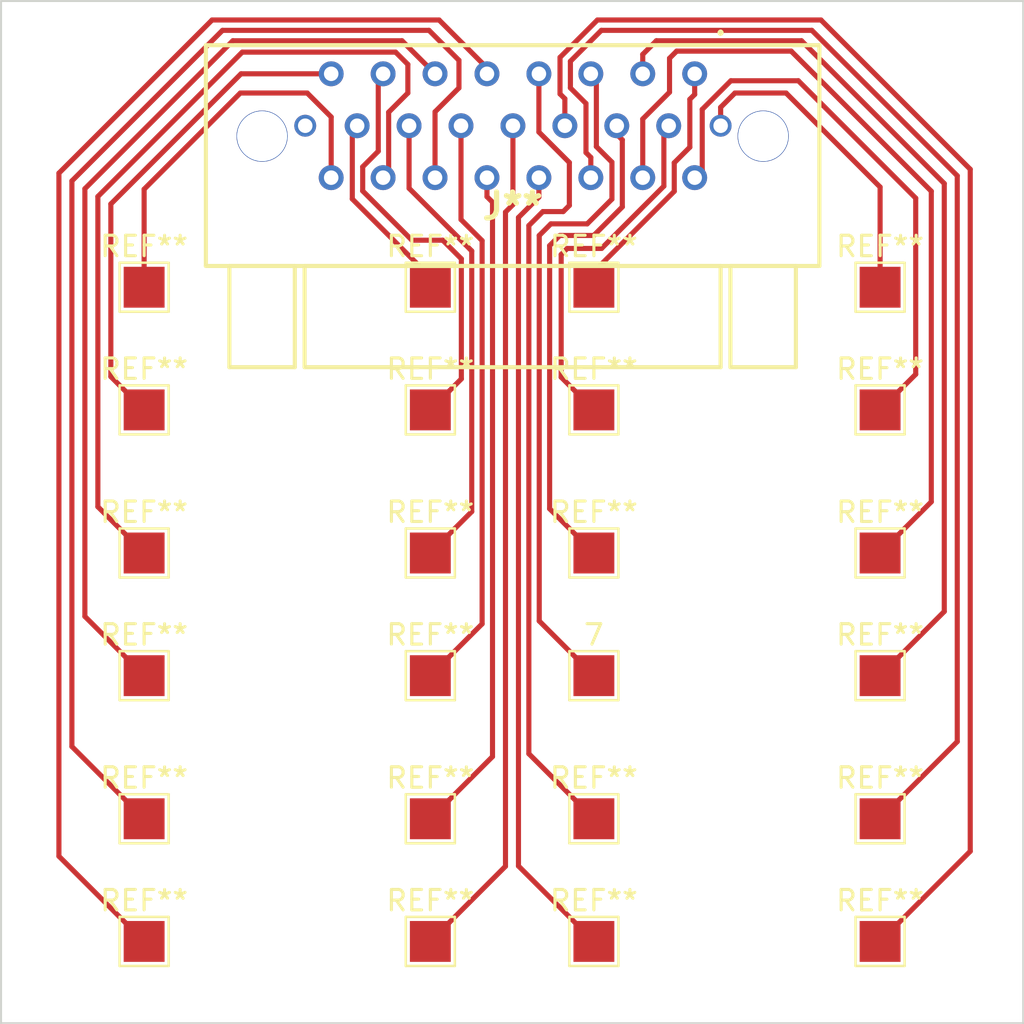
<source format=kicad_pcb>
(kicad_pcb (version 20171130) (host pcbnew 5.1.10)

  (general
    (thickness 1.6)
    (drawings 16)
    (tracks 153)
    (zones 0)
    (modules 25)
    (nets 1)
  )

  (page A4)
  (layers
    (0 F.Cu signal)
    (31 B.Cu signal)
    (32 B.Adhes user hide)
    (33 F.Adhes user hide)
    (34 B.Paste user hide)
    (35 F.Paste user hide)
    (36 B.SilkS user hide)
    (37 F.SilkS user hide)
    (38 B.Mask user)
    (39 F.Mask user)
    (40 Dwgs.User user)
    (41 Cmts.User user hide)
    (42 Eco1.User user hide)
    (43 Eco2.User user hide)
    (44 Edge.Cuts user)
    (45 Margin user hide)
    (46 B.CrtYd user hide)
    (47 F.CrtYd user hide)
    (48 B.Fab user hide)
    (49 F.Fab user hide)
  )

  (setup
    (last_trace_width 0.25)
    (trace_clearance 0.2)
    (zone_clearance 0.508)
    (zone_45_only no)
    (trace_min 0.2)
    (via_size 0.8)
    (via_drill 0.4)
    (via_min_size 0.4)
    (via_min_drill 0.3)
    (uvia_size 0.3)
    (uvia_drill 0.1)
    (uvias_allowed no)
    (uvia_min_size 0.2)
    (uvia_min_drill 0.1)
    (edge_width 0.05)
    (segment_width 0.2)
    (pcb_text_width 0.3)
    (pcb_text_size 1.5 1.5)
    (mod_edge_width 0.12)
    (mod_text_size 1 1)
    (mod_text_width 0.15)
    (pad_size 2.5 2.5)
    (pad_drill 2.44)
    (pad_to_mask_clearance 0)
    (aux_axis_origin 0 0)
    (visible_elements 7FFFFFFF)
    (pcbplotparams
      (layerselection 0x010c0_ffffffff)
      (usegerberextensions true)
      (usegerberattributes true)
      (usegerberadvancedattributes true)
      (creategerberjobfile true)
      (excludeedgelayer true)
      (linewidth 0.100000)
      (plotframeref false)
      (viasonmask false)
      (mode 1)
      (useauxorigin false)
      (hpglpennumber 1)
      (hpglpenspeed 20)
      (hpglpendiameter 15.000000)
      (psnegative false)
      (psa4output false)
      (plotreference false)
      (plotvalue true)
      (plotinvisibletext false)
      (padsonsilk false)
      (subtractmaskfromsilk false)
      (outputformat 1)
      (mirror false)
      (drillshape 0)
      (scaleselection 1)
      (outputdirectory "gerbers/"))
  )

  (net 0 "")

  (net_class Default "This is the default net class."
    (clearance 0.2)
    (trace_width 0.25)
    (via_dia 0.8)
    (via_drill 0.4)
    (uvia_dia 0.3)
    (uvia_drill 0.1)
  )

  (module components:M8351313D02CP (layer F.Cu) (tedit 61537D98) (tstamp 60EDEF3A)
    (at 85.2 56.1)
    (descr M83513/13-D02CP)
    (tags Connector)
    (fp_text reference J** (at -10.175 3.935) (layer F.SilkS)
      (effects (font (size 1.27 1.27) (thickness 0.254)))
    )
    (fp_text value M8351313D02CP (at -10.175 3.935) (layer F.SilkS) hide
      (effects (font (size 1.27 1.27) (thickness 0.254)))
    )
    (fp_line (start -25.18 6.86) (end 4.83 6.86) (layer F.Fab) (width 0.1))
    (fp_line (start 4.83 6.86) (end 4.83 -3.94) (layer F.Fab) (width 0.1))
    (fp_line (start 4.83 -3.94) (end -25.18 -3.94) (layer F.Fab) (width 0.1))
    (fp_line (start -25.18 -3.94) (end -25.18 6.86) (layer F.Fab) (width 0.1))
    (fp_line (start -20.35 6.86) (end 0 6.86) (layer F.Fab) (width 0.1))
    (fp_line (start 0 6.86) (end 0 11.81) (layer F.Fab) (width 0.1))
    (fp_line (start 0 11.81) (end -20.35 11.81) (layer F.Fab) (width 0.1))
    (fp_line (start -20.35 11.81) (end -20.35 6.86) (layer F.Fab) (width 0.1))
    (fp_line (start -20.35 6.86) (end 0 6.86) (layer F.SilkS) (width 0.2))
    (fp_line (start 0 6.86) (end 0 11.81) (layer F.SilkS) (width 0.2))
    (fp_line (start 0 11.81) (end -20.35 11.81) (layer F.SilkS) (width 0.2))
    (fp_line (start -20.35 11.81) (end -20.35 6.86) (layer F.SilkS) (width 0.2))
    (fp_line (start -25.18 -3.94) (end 4.83 -3.94) (layer F.SilkS) (width 0.2))
    (fp_line (start 4.83 -3.94) (end 4.83 6.86) (layer F.SilkS) (width 0.2))
    (fp_line (start 4.83 6.86) (end -25.18 6.86) (layer F.SilkS) (width 0.2))
    (fp_line (start -25.18 6.86) (end -25.18 -3.94) (layer F.SilkS) (width 0.2))
    (fp_line (start -24.03 6.86) (end -20.83 6.86) (layer F.Fab) (width 0.1))
    (fp_line (start -20.83 6.86) (end -20.83 11.81) (layer F.Fab) (width 0.1))
    (fp_line (start -20.83 11.81) (end -24.03 11.81) (layer F.Fab) (width 0.1))
    (fp_line (start -24.03 11.81) (end -24.03 6.86) (layer F.Fab) (width 0.1))
    (fp_line (start -24.03 6.86) (end -20.83 6.86) (layer F.SilkS) (width 0.2))
    (fp_line (start -20.83 6.86) (end -20.83 11.81) (layer F.SilkS) (width 0.2))
    (fp_line (start -20.83 11.81) (end -24.03 11.81) (layer F.SilkS) (width 0.2))
    (fp_line (start -24.03 11.81) (end -24.03 6.86) (layer F.SilkS) (width 0.2))
    (fp_line (start 0.48 6.86) (end 3.68 6.86) (layer F.Fab) (width 0.1))
    (fp_line (start 3.68 6.86) (end 3.68 11.81) (layer F.Fab) (width 0.1))
    (fp_line (start 3.68 11.81) (end 0.48 11.81) (layer F.Fab) (width 0.1))
    (fp_line (start 0.48 11.81) (end 0.48 6.86) (layer F.Fab) (width 0.1))
    (fp_line (start 0.48 6.86) (end 3.68 6.86) (layer F.SilkS) (width 0.2))
    (fp_line (start 3.68 6.86) (end 3.68 11.81) (layer F.SilkS) (width 0.2))
    (fp_line (start 3.68 11.81) (end 0.48 11.81) (layer F.SilkS) (width 0.2))
    (fp_line (start 0.48 11.81) (end 0.48 6.86) (layer F.SilkS) (width 0.2))
    (fp_line (start -26.18 -4.94) (end 5.83 -4.94) (layer F.CrtYd) (width 0.1))
    (fp_line (start 5.83 -4.94) (end 5.83 12.81) (layer F.CrtYd) (width 0.1))
    (fp_line (start 5.83 12.81) (end -26.18 12.81) (layer F.CrtYd) (width 0.1))
    (fp_line (start -26.18 12.81) (end -26.18 -4.94) (layer F.CrtYd) (width 0.1))
    (fp_line (start 0 -4.6) (end 0 -4.6) (layer F.SilkS) (width 0.2))
    (fp_line (start 0 -4.5) (end 0 -4.5) (layer F.SilkS) (width 0.2))
    (fp_line (start 0 -4.6) (end 0 -4.6) (layer F.SilkS) (width 0.2))
    (fp_arc (start 0 -4.55) (end 0 -4.6) (angle -180) (layer F.SilkS) (width 0.2))
    (fp_arc (start 0 -4.55) (end 0 -4.5) (angle -180) (layer F.SilkS) (width 0.2))
    (fp_arc (start 0 -4.55) (end 0 -4.6) (angle -180) (layer F.SilkS) (width 0.2))
    (fp_text user %R (at -10.175 3.935) (layer F.Fab)
      (effects (font (size 1.27 1.27) (thickness 0.254)))
    )
    (pad MH2 thru_hole circle (at -22.43 0.51) (size 2.5 2.5) (drill 2.44) (layers *.Cu *.Mask))
    (pad MH1 thru_hole circle (at 2.08 0.51) (size 2.5 2.5) (drill 2.44) (layers *.Cu *.Mask))
    (pad 25 thru_hole circle (at -19.05 2.54) (size 1.217 1.217) (drill 0.71) (layers *.Cu *.Mask))
    (pad 24 thru_hole circle (at -17.78 0) (size 1.217 1.217) (drill 0.71) (layers *.Cu *.Mask))
    (pad 23 thru_hole circle (at -16.51 2.54) (size 1.217 1.217) (drill 0.71) (layers *.Cu *.Mask))
    (pad 22 thru_hole circle (at -15.24 0) (size 1.217 1.217) (drill 0.71) (layers *.Cu *.Mask))
    (pad 21 thru_hole circle (at -13.97 2.54) (size 1.217 1.217) (drill 0.71) (layers *.Cu *.Mask))
    (pad 20 thru_hole circle (at -11.43 2.54) (size 1.217 1.217) (drill 0.71) (layers *.Cu *.Mask))
    (pad 19 thru_hole circle (at -8.89 2.54) (size 1.217 1.217) (drill 0.71) (layers *.Cu *.Mask))
    (pad 18 thru_hole circle (at -6.35 2.54) (size 1.217 1.217) (drill 0.71) (layers *.Cu *.Mask))
    (pad 17 thru_hole circle (at -5.08 0) (size 1.217 1.217) (drill 0.71) (layers *.Cu *.Mask))
    (pad 16 thru_hole circle (at -3.81 2.54) (size 1.217 1.217) (drill 0.71) (layers *.Cu *.Mask))
    (pad 15 thru_hole circle (at -2.54 0) (size 1.217 1.217) (drill 0.71) (layers *.Cu *.Mask))
    (pad 14 thru_hole circle (at -1.27 2.54) (size 1.217 1.217) (drill 0.71) (layers *.Cu *.Mask))
    (pad 13 thru_hole circle (at -20.32 0) (size 1.07 1.07) (drill 0.71) (layers *.Cu *.Mask))
    (pad 12 thru_hole circle (at -19.05 -2.54) (size 1.217 1.217) (drill 0.71) (layers *.Cu *.Mask))
    (pad 11 thru_hole circle (at -16.51 -2.54) (size 1.217 1.217) (drill 0.71) (layers *.Cu *.Mask))
    (pad 10 thru_hole circle (at -13.97 -2.54) (size 1.217 1.217) (drill 0.71) (layers *.Cu *.Mask))
    (pad 9 thru_hole circle (at -12.7 0) (size 1.217 1.217) (drill 0.71) (layers *.Cu *.Mask))
    (pad 8 thru_hole circle (at -11.43 -2.54) (size 1.217 1.217) (drill 0.71) (layers *.Cu *.Mask))
    (pad 7 thru_hole circle (at -10.16 0) (size 1.217 1.217) (drill 0.71) (layers *.Cu *.Mask))
    (pad 6 thru_hole circle (at -8.89 -2.54) (size 1.217 1.217) (drill 0.71) (layers *.Cu *.Mask))
    (pad 5 thru_hole circle (at -7.62 0) (size 1.217 1.217) (drill 0.71) (layers *.Cu *.Mask))
    (pad 4 thru_hole circle (at -6.35 -2.54) (size 1.217 1.217) (drill 0.71) (layers *.Cu *.Mask))
    (pad 3 thru_hole circle (at -3.81 -2.54) (size 1.217 1.217) (drill 0.71) (layers *.Cu *.Mask))
    (pad 2 thru_hole circle (at -1.27 -2.54) (size 1.217 1.217) (drill 0.71) (layers *.Cu *.Mask))
    (pad 1 thru_hole circle (at 0 0) (size 1.07 1.07) (drill 0.71) (layers *.Cu *.Mask))
    (model "C:\\Users\\Joe Camilleri\\Desktop\\KICAD_LIBRARIES\\SamacSys_Parts.3dshapes\\M83513_13-D02CP.stp"
      (at (xyz 0 0 0))
      (scale (xyz 1 1 1))
      (rotate (xyz 0 0 0))
    )
  )

  (module TestPoint:TestPoint_Pad_2.0x2.0mm (layer F.Cu) (tedit 5A0F774F) (tstamp 60D53EB1)
    (at 93 64)
    (descr "SMD rectangular pad as test Point, square 2.0mm side length")
    (tags "test point SMD pad rectangle square")
    (attr virtual)
    (fp_text reference REF** (at 0 -1.998) (layer F.SilkS)
      (effects (font (size 1 1) (thickness 0.15)))
    )
    (fp_text value TestPoint_Pad_2.0x2.0mm (at 0 2.05) (layer F.Fab)
      (effects (font (size 1 1) (thickness 0.15)))
    )
    (fp_line (start 1.5 1.5) (end -1.5 1.5) (layer F.CrtYd) (width 0.05))
    (fp_line (start 1.5 1.5) (end 1.5 -1.5) (layer F.CrtYd) (width 0.05))
    (fp_line (start -1.5 -1.5) (end -1.5 1.5) (layer F.CrtYd) (width 0.05))
    (fp_line (start -1.5 -1.5) (end 1.5 -1.5) (layer F.CrtYd) (width 0.05))
    (fp_line (start -1.2 1.2) (end -1.2 -1.2) (layer F.SilkS) (width 0.12))
    (fp_line (start 1.2 1.2) (end -1.2 1.2) (layer F.SilkS) (width 0.12))
    (fp_line (start 1.2 -1.2) (end 1.2 1.2) (layer F.SilkS) (width 0.12))
    (fp_line (start -1.2 -1.2) (end 1.2 -1.2) (layer F.SilkS) (width 0.12))
    (fp_text user %R (at 0 -2) (layer F.Fab)
      (effects (font (size 1 1) (thickness 0.15)))
    )
    (pad 1 smd rect (at 0 0) (size 2 2) (layers F.Cu F.Mask))
  )

  (module TestPoint:TestPoint_Pad_2.0x2.0mm (layer F.Cu) (tedit 614D0A80) (tstamp 60D53EB1)
    (at 93 70)
    (descr "SMD rectangular pad as test Point, square 2.0mm side length")
    (tags "test point SMD pad rectangle square")
    (attr virtual)
    (fp_text reference REF** (at 0 -1.998) (layer F.SilkS)
      (effects (font (size 1 1) (thickness 0.15)))
    )
    (fp_text value TestPoint_Pad_2.0x2.0mm (at 0 2.05) (layer F.Fab)
      (effects (font (size 1 1) (thickness 0.15)))
    )
    (fp_line (start 1.5 1.5) (end -1.5 1.5) (layer F.CrtYd) (width 0.05))
    (fp_line (start 1.5 1.5) (end 1.5 -1.5) (layer F.CrtYd) (width 0.05))
    (fp_line (start -1.5 -1.5) (end -1.5 1.5) (layer F.CrtYd) (width 0.05))
    (fp_line (start -1.5 -1.5) (end 1.5 -1.5) (layer F.CrtYd) (width 0.05))
    (fp_line (start -1.2 1.2) (end -1.2 -1.2) (layer F.SilkS) (width 0.12))
    (fp_line (start 1.2 1.2) (end -1.2 1.2) (layer F.SilkS) (width 0.12))
    (fp_line (start 1.2 -1.2) (end 1.2 1.2) (layer F.SilkS) (width 0.12))
    (fp_line (start -1.2 -1.2) (end 1.2 -1.2) (layer F.SilkS) (width 0.12))
    (fp_text user %R (at 0 -2) (layer F.Fab)
      (effects (font (size 1 1) (thickness 0.15)))
    )
    (pad 2 smd rect (at 0 0) (size 2 2) (layers F.Cu F.Mask))
  )

  (module TestPoint:TestPoint_Pad_2.0x2.0mm (layer F.Cu) (tedit 614D0ACD) (tstamp 60D53EB1)
    (at 93 77)
    (descr "SMD rectangular pad as test Point, square 2.0mm side length")
    (tags "test point SMD pad rectangle square")
    (attr virtual)
    (fp_text reference REF** (at 0 -1.998) (layer F.SilkS)
      (effects (font (size 1 1) (thickness 0.15)))
    )
    (fp_text value TestPoint_Pad_2.0x2.0mm (at 0 2.05) (layer F.Fab)
      (effects (font (size 1 1) (thickness 0.15)))
    )
    (fp_line (start 1.5 1.5) (end -1.5 1.5) (layer F.CrtYd) (width 0.05))
    (fp_line (start 1.5 1.5) (end 1.5 -1.5) (layer F.CrtYd) (width 0.05))
    (fp_line (start -1.5 -1.5) (end -1.5 1.5) (layer F.CrtYd) (width 0.05))
    (fp_line (start -1.5 -1.5) (end 1.5 -1.5) (layer F.CrtYd) (width 0.05))
    (fp_line (start -1.2 1.2) (end -1.2 -1.2) (layer F.SilkS) (width 0.12))
    (fp_line (start 1.2 1.2) (end -1.2 1.2) (layer F.SilkS) (width 0.12))
    (fp_line (start 1.2 -1.2) (end 1.2 1.2) (layer F.SilkS) (width 0.12))
    (fp_line (start -1.2 -1.2) (end 1.2 -1.2) (layer F.SilkS) (width 0.12))
    (fp_text user %R (at 0 -2) (layer F.Fab)
      (effects (font (size 1 1) (thickness 0.15)))
    )
    (pad 6 smd rect (at 0 0) (size 2 2) (layers F.Cu F.Mask))
  )

  (module TestPoint:TestPoint_Pad_2.0x2.0mm (layer F.Cu) (tedit 614D0ABD) (tstamp 60D53EB1)
    (at 93 83)
    (descr "SMD rectangular pad as test Point, square 2.0mm side length")
    (tags "test point SMD pad rectangle square")
    (attr virtual)
    (fp_text reference REF** (at 0 -1.998) (layer F.SilkS)
      (effects (font (size 1 1) (thickness 0.15)))
    )
    (fp_text value TestPoint_Pad_2.0x2.0mm (at 0 2.05) (layer F.Fab)
      (effects (font (size 1 1) (thickness 0.15)))
    )
    (fp_line (start 1.5 1.5) (end -1.5 1.5) (layer F.CrtYd) (width 0.05))
    (fp_line (start 1.5 1.5) (end 1.5 -1.5) (layer F.CrtYd) (width 0.05))
    (fp_line (start -1.5 -1.5) (end -1.5 1.5) (layer F.CrtYd) (width 0.05))
    (fp_line (start -1.5 -1.5) (end 1.5 -1.5) (layer F.CrtYd) (width 0.05))
    (fp_line (start -1.2 1.2) (end -1.2 -1.2) (layer F.SilkS) (width 0.12))
    (fp_line (start 1.2 1.2) (end -1.2 1.2) (layer F.SilkS) (width 0.12))
    (fp_line (start 1.2 -1.2) (end 1.2 1.2) (layer F.SilkS) (width 0.12))
    (fp_line (start -1.2 -1.2) (end 1.2 -1.2) (layer F.SilkS) (width 0.12))
    (fp_text user %R (at 0 -2) (layer F.Fab)
      (effects (font (size 1 1) (thickness 0.15)))
    )
    (pad 5 smd rect (at 0 0) (size 2 2) (layers F.Cu F.Mask))
  )

  (module TestPoint:TestPoint_Pad_2.0x2.0mm (layer F.Cu) (tedit 614D0C5B) (tstamp 60D53EB1)
    (at 93 96)
    (descr "SMD rectangular pad as test Point, square 2.0mm side length")
    (tags "test point SMD pad rectangle square")
    (attr virtual)
    (fp_text reference REF** (at 0 -1.998) (layer F.SilkS)
      (effects (font (size 1 1) (thickness 0.15)))
    )
    (fp_text value TestPoint_Pad_2.0x2.0mm (at 0 2.05) (layer F.Fab)
      (effects (font (size 1 1) (thickness 0.15)))
    )
    (fp_line (start 1.5 1.5) (end -1.5 1.5) (layer F.CrtYd) (width 0.05))
    (fp_line (start 1.5 1.5) (end 1.5 -1.5) (layer F.CrtYd) (width 0.05))
    (fp_line (start -1.5 -1.5) (end -1.5 1.5) (layer F.CrtYd) (width 0.05))
    (fp_line (start -1.5 -1.5) (end 1.5 -1.5) (layer F.CrtYd) (width 0.05))
    (fp_line (start -1.2 1.2) (end -1.2 -1.2) (layer F.SilkS) (width 0.12))
    (fp_line (start 1.2 1.2) (end -1.2 1.2) (layer F.SilkS) (width 0.12))
    (fp_line (start 1.2 -1.2) (end 1.2 1.2) (layer F.SilkS) (width 0.12))
    (fp_line (start -1.2 -1.2) (end 1.2 -1.2) (layer F.SilkS) (width 0.12))
    (fp_text user %R (at 0 -2) (layer F.Fab)
      (effects (font (size 1 1) (thickness 0.15)))
    )
    (pad 9 smd rect (at 0 0) (size 2 2) (layers F.Cu F.Mask))
  )

  (module TestPoint:TestPoint_Pad_2.0x2.0mm (layer F.Cu) (tedit 614D0C50) (tstamp 60D53EB1)
    (at 93 90)
    (descr "SMD rectangular pad as test Point, square 2.0mm side length")
    (tags "test point SMD pad rectangle square")
    (attr virtual)
    (fp_text reference REF** (at 0 -1.998) (layer F.SilkS)
      (effects (font (size 1 1) (thickness 0.15)))
    )
    (fp_text value TestPoint_Pad_2.0x2.0mm (at 0 2.05) (layer F.Fab)
      (effects (font (size 1 1) (thickness 0.15)))
    )
    (fp_line (start 1.5 1.5) (end -1.5 1.5) (layer F.CrtYd) (width 0.05))
    (fp_line (start 1.5 1.5) (end 1.5 -1.5) (layer F.CrtYd) (width 0.05))
    (fp_line (start -1.5 -1.5) (end -1.5 1.5) (layer F.CrtYd) (width 0.05))
    (fp_line (start -1.5 -1.5) (end 1.5 -1.5) (layer F.CrtYd) (width 0.05))
    (fp_line (start -1.2 1.2) (end -1.2 -1.2) (layer F.SilkS) (width 0.12))
    (fp_line (start 1.2 1.2) (end -1.2 1.2) (layer F.SilkS) (width 0.12))
    (fp_line (start 1.2 -1.2) (end 1.2 1.2) (layer F.SilkS) (width 0.12))
    (fp_line (start -1.2 -1.2) (end 1.2 -1.2) (layer F.SilkS) (width 0.12))
    (fp_text user %R (at 0 -2) (layer F.Fab)
      (effects (font (size 1 1) (thickness 0.15)))
    )
    (pad 10 smd rect (at 0 0) (size 2 2) (layers F.Cu F.Mask))
  )

  (module TestPoint:TestPoint_Pad_2.0x2.0mm (layer F.Cu) (tedit 614D0CA0) (tstamp 60D53EB1)
    (at 79 96)
    (descr "SMD rectangular pad as test Point, square 2.0mm side length")
    (tags "test point SMD pad rectangle square")
    (attr virtual)
    (fp_text reference REF** (at 0 -1.998) (layer F.SilkS)
      (effects (font (size 1 1) (thickness 0.15)))
    )
    (fp_text value TestPoint_Pad_2.0x2.0mm (at 0 2.05) (layer F.Fab)
      (effects (font (size 1 1) (thickness 0.15)))
    )
    (fp_line (start 1.5 1.5) (end -1.5 1.5) (layer F.CrtYd) (width 0.05))
    (fp_line (start 1.5 1.5) (end 1.5 -1.5) (layer F.CrtYd) (width 0.05))
    (fp_line (start -1.5 -1.5) (end -1.5 1.5) (layer F.CrtYd) (width 0.05))
    (fp_line (start -1.5 -1.5) (end 1.5 -1.5) (layer F.CrtYd) (width 0.05))
    (fp_line (start -1.2 1.2) (end -1.2 -1.2) (layer F.SilkS) (width 0.12))
    (fp_line (start 1.2 1.2) (end -1.2 1.2) (layer F.SilkS) (width 0.12))
    (fp_line (start 1.2 -1.2) (end 1.2 1.2) (layer F.SilkS) (width 0.12))
    (fp_line (start -1.2 -1.2) (end 1.2 -1.2) (layer F.SilkS) (width 0.12))
    (fp_text user %R (at 0 -2) (layer F.Fab)
      (effects (font (size 1 1) (thickness 0.15)))
    )
    (pad 12 smd rect (at 0 0) (size 2 2) (layers F.Cu F.Mask))
  )

  (module TestPoint:TestPoint_Pad_2.0x2.0mm (layer F.Cu) (tedit 614D0C94) (tstamp 60D53EB1)
    (at 79 90)
    (descr "SMD rectangular pad as test Point, square 2.0mm side length")
    (tags "test point SMD pad rectangle square")
    (attr virtual)
    (fp_text reference REF** (at 0 -1.998) (layer F.SilkS)
      (effects (font (size 1 1) (thickness 0.15)))
    )
    (fp_text value TestPoint_Pad_2.0x2.0mm (at 0 2.05) (layer F.Fab)
      (effects (font (size 1 1) (thickness 0.15)))
    )
    (fp_line (start 1.5 1.5) (end -1.5 1.5) (layer F.CrtYd) (width 0.05))
    (fp_line (start 1.5 1.5) (end 1.5 -1.5) (layer F.CrtYd) (width 0.05))
    (fp_line (start -1.5 -1.5) (end -1.5 1.5) (layer F.CrtYd) (width 0.05))
    (fp_line (start -1.5 -1.5) (end 1.5 -1.5) (layer F.CrtYd) (width 0.05))
    (fp_line (start -1.2 1.2) (end -1.2 -1.2) (layer F.SilkS) (width 0.12))
    (fp_line (start 1.2 1.2) (end -1.2 1.2) (layer F.SilkS) (width 0.12))
    (fp_line (start 1.2 -1.2) (end 1.2 1.2) (layer F.SilkS) (width 0.12))
    (fp_line (start -1.2 -1.2) (end 1.2 -1.2) (layer F.SilkS) (width 0.12))
    (fp_text user %R (at 0 -2) (layer F.Fab)
      (effects (font (size 1 1) (thickness 0.15)))
    )
    (pad 11 smd rect (at 0 0) (size 2 2) (layers F.Cu F.Mask))
  )

  (module TestPoint:TestPoint_Pad_2.0x2.0mm (layer F.Cu) (tedit 614D0C80) (tstamp 60D53EB1)
    (at 79 83)
    (descr "SMD rectangular pad as test Point, square 2.0mm side length")
    (tags "test point SMD pad rectangle square")
    (attr virtual)
    (fp_text reference 7 (at 0 -1.998) (layer F.SilkS)
      (effects (font (size 1 1) (thickness 0.15)))
    )
    (fp_text value TestPoint_Pad_2.0x2.0mm (at 0 2.05) (layer F.Fab)
      (effects (font (size 1 1) (thickness 0.15)))
    )
    (fp_line (start 1.5 1.5) (end -1.5 1.5) (layer F.CrtYd) (width 0.05))
    (fp_line (start 1.5 1.5) (end 1.5 -1.5) (layer F.CrtYd) (width 0.05))
    (fp_line (start -1.5 -1.5) (end -1.5 1.5) (layer F.CrtYd) (width 0.05))
    (fp_line (start -1.5 -1.5) (end 1.5 -1.5) (layer F.CrtYd) (width 0.05))
    (fp_line (start -1.2 1.2) (end -1.2 -1.2) (layer F.SilkS) (width 0.12))
    (fp_line (start 1.2 1.2) (end -1.2 1.2) (layer F.SilkS) (width 0.12))
    (fp_line (start 1.2 -1.2) (end 1.2 1.2) (layer F.SilkS) (width 0.12))
    (fp_line (start -1.2 -1.2) (end 1.2 -1.2) (layer F.SilkS) (width 0.12))
    (fp_text user %R (at 0 -2) (layer F.Fab)
      (effects (font (size 1 1) (thickness 0.15)))
    )
    (pad 7 smd rect (at 0 0) (size 2 2) (layers F.Cu F.Mask))
  )

  (module TestPoint:TestPoint_Pad_2.0x2.0mm (layer F.Cu) (tedit 614D0C67) (tstamp 60D53EB1)
    (at 79 77)
    (descr "SMD rectangular pad as test Point, square 2.0mm side length")
    (tags "test point SMD pad rectangle square")
    (attr virtual)
    (fp_text reference REF** (at 0 -1.998) (layer F.SilkS)
      (effects (font (size 1 1) (thickness 0.15)))
    )
    (fp_text value TestPoint_Pad_2.0x2.0mm (at 0 2.05) (layer F.Fab)
      (effects (font (size 1 1) (thickness 0.15)))
    )
    (fp_line (start 1.5 1.5) (end -1.5 1.5) (layer F.CrtYd) (width 0.05))
    (fp_line (start 1.5 1.5) (end 1.5 -1.5) (layer F.CrtYd) (width 0.05))
    (fp_line (start -1.5 -1.5) (end -1.5 1.5) (layer F.CrtYd) (width 0.05))
    (fp_line (start -1.5 -1.5) (end 1.5 -1.5) (layer F.CrtYd) (width 0.05))
    (fp_line (start -1.2 1.2) (end -1.2 -1.2) (layer F.SilkS) (width 0.12))
    (fp_line (start 1.2 1.2) (end -1.2 1.2) (layer F.SilkS) (width 0.12))
    (fp_line (start 1.2 -1.2) (end 1.2 1.2) (layer F.SilkS) (width 0.12))
    (fp_line (start -1.2 -1.2) (end 1.2 -1.2) (layer F.SilkS) (width 0.12))
    (fp_text user %R (at 0 -2) (layer F.Fab)
      (effects (font (size 1 1) (thickness 0.15)))
    )
    (pad 8 smd rect (at 0 0) (size 2 2) (layers F.Cu F.Mask))
  )

  (module TestPoint:TestPoint_Pad_2.0x2.0mm (layer F.Cu) (tedit 614D0A91) (tstamp 60D53EB1)
    (at 79 70)
    (descr "SMD rectangular pad as test Point, square 2.0mm side length")
    (tags "test point SMD pad rectangle square")
    (attr virtual)
    (fp_text reference REF** (at 0 -1.998) (layer F.SilkS)
      (effects (font (size 1 1) (thickness 0.15)))
    )
    (fp_text value TestPoint_Pad_2.0x2.0mm (at 0 2.05) (layer F.Fab)
      (effects (font (size 1 1) (thickness 0.15)))
    )
    (fp_line (start 1.5 1.5) (end -1.5 1.5) (layer F.CrtYd) (width 0.05))
    (fp_line (start 1.5 1.5) (end 1.5 -1.5) (layer F.CrtYd) (width 0.05))
    (fp_line (start -1.5 -1.5) (end -1.5 1.5) (layer F.CrtYd) (width 0.05))
    (fp_line (start -1.5 -1.5) (end 1.5 -1.5) (layer F.CrtYd) (width 0.05))
    (fp_line (start -1.2 1.2) (end -1.2 -1.2) (layer F.SilkS) (width 0.12))
    (fp_line (start 1.2 1.2) (end -1.2 1.2) (layer F.SilkS) (width 0.12))
    (fp_line (start 1.2 -1.2) (end 1.2 1.2) (layer F.SilkS) (width 0.12))
    (fp_line (start -1.2 -1.2) (end 1.2 -1.2) (layer F.SilkS) (width 0.12))
    (fp_text user %R (at 0 -2) (layer F.Fab)
      (effects (font (size 1 1) (thickness 0.15)))
    )
    (pad 4 smd rect (at 0 0) (size 2 2) (layers F.Cu F.Mask))
  )

  (module TestPoint:TestPoint_Pad_2.0x2.0mm (layer F.Cu) (tedit 614D0A89) (tstamp 60D53EB1)
    (at 79 64)
    (descr "SMD rectangular pad as test Point, square 2.0mm side length")
    (tags "test point SMD pad rectangle square")
    (attr virtual)
    (fp_text reference REF** (at 0 -1.998) (layer F.SilkS)
      (effects (font (size 1 1) (thickness 0.15)))
    )
    (fp_text value TestPoint_Pad_2.0x2.0mm (at 0 2.05) (layer F.Fab)
      (effects (font (size 1 1) (thickness 0.15)))
    )
    (fp_line (start 1.5 1.5) (end -1.5 1.5) (layer F.CrtYd) (width 0.05))
    (fp_line (start 1.5 1.5) (end 1.5 -1.5) (layer F.CrtYd) (width 0.05))
    (fp_line (start -1.5 -1.5) (end -1.5 1.5) (layer F.CrtYd) (width 0.05))
    (fp_line (start -1.5 -1.5) (end 1.5 -1.5) (layer F.CrtYd) (width 0.05))
    (fp_line (start -1.2 1.2) (end -1.2 -1.2) (layer F.SilkS) (width 0.12))
    (fp_line (start 1.2 1.2) (end -1.2 1.2) (layer F.SilkS) (width 0.12))
    (fp_line (start 1.2 -1.2) (end 1.2 1.2) (layer F.SilkS) (width 0.12))
    (fp_line (start -1.2 -1.2) (end 1.2 -1.2) (layer F.SilkS) (width 0.12))
    (fp_text user %R (at 0 -2) (layer F.Fab)
      (effects (font (size 1 1) (thickness 0.15)))
    )
    (pad 3 smd rect (at 0 0) (size 2 2) (layers F.Cu F.Mask))
  )

  (module TestPoint:TestPoint_Pad_2.0x2.0mm (layer F.Cu) (tedit 614D0EC1) (tstamp 60D53EB1)
    (at 71 96)
    (descr "SMD rectangular pad as test Point, square 2.0mm side length")
    (tags "test point SMD pad rectangle square")
    (attr virtual)
    (fp_text reference REF** (at 0 -1.998) (layer F.SilkS)
      (effects (font (size 1 1) (thickness 0.15)))
    )
    (fp_text value TestPoint_Pad_2.0x2.0mm (at 0 2.05) (layer F.Fab)
      (effects (font (size 1 1) (thickness 0.15)))
    )
    (fp_line (start 1.5 1.5) (end -1.5 1.5) (layer F.CrtYd) (width 0.05))
    (fp_line (start 1.5 1.5) (end 1.5 -1.5) (layer F.CrtYd) (width 0.05))
    (fp_line (start -1.5 -1.5) (end -1.5 1.5) (layer F.CrtYd) (width 0.05))
    (fp_line (start -1.5 -1.5) (end 1.5 -1.5) (layer F.CrtYd) (width 0.05))
    (fp_line (start -1.2 1.2) (end -1.2 -1.2) (layer F.SilkS) (width 0.12))
    (fp_line (start 1.2 1.2) (end -1.2 1.2) (layer F.SilkS) (width 0.12))
    (fp_line (start 1.2 -1.2) (end 1.2 1.2) (layer F.SilkS) (width 0.12))
    (fp_line (start -1.2 -1.2) (end 1.2 -1.2) (layer F.SilkS) (width 0.12))
    (fp_text user %R (at 0 -2) (layer F.Fab)
      (effects (font (size 1 1) (thickness 0.15)))
    )
    (pad 13 smd rect (at 0 0) (size 2 2) (layers F.Cu F.Mask))
  )

  (module TestPoint:TestPoint_Pad_2.0x2.0mm (layer F.Cu) (tedit 614D0ED0) (tstamp 60D53EB1)
    (at 71 90)
    (descr "SMD rectangular pad as test Point, square 2.0mm side length")
    (tags "test point SMD pad rectangle square")
    (attr virtual)
    (fp_text reference REF** (at 0 -1.998) (layer F.SilkS)
      (effects (font (size 1 1) (thickness 0.15)))
    )
    (fp_text value TestPoint_Pad_2.0x2.0mm (at 0 2.05) (layer F.Fab)
      (effects (font (size 1 1) (thickness 0.15)))
    )
    (fp_line (start 1.5 1.5) (end -1.5 1.5) (layer F.CrtYd) (width 0.05))
    (fp_line (start 1.5 1.5) (end 1.5 -1.5) (layer F.CrtYd) (width 0.05))
    (fp_line (start -1.5 -1.5) (end -1.5 1.5) (layer F.CrtYd) (width 0.05))
    (fp_line (start -1.5 -1.5) (end 1.5 -1.5) (layer F.CrtYd) (width 0.05))
    (fp_line (start -1.2 1.2) (end -1.2 -1.2) (layer F.SilkS) (width 0.12))
    (fp_line (start 1.2 1.2) (end -1.2 1.2) (layer F.SilkS) (width 0.12))
    (fp_line (start 1.2 -1.2) (end 1.2 1.2) (layer F.SilkS) (width 0.12))
    (fp_line (start -1.2 -1.2) (end 1.2 -1.2) (layer F.SilkS) (width 0.12))
    (fp_text user %R (at 0 -2) (layer F.Fab)
      (effects (font (size 1 1) (thickness 0.15)))
    )
    (pad 14 smd rect (at 0 0) (size 2 2) (layers F.Cu F.Mask))
  )

  (module TestPoint:TestPoint_Pad_2.0x2.0mm (layer F.Cu) (tedit 614D10E1) (tstamp 60D53EB1)
    (at 57 96)
    (descr "SMD rectangular pad as test Point, square 2.0mm side length")
    (tags "test point SMD pad rectangle square")
    (attr virtual)
    (fp_text reference REF** (at 0 -1.998) (layer F.SilkS)
      (effects (font (size 1 1) (thickness 0.15)))
    )
    (fp_text value TestPoint_Pad_2.0x2.0mm (at 0 2.05) (layer F.Fab)
      (effects (font (size 1 1) (thickness 0.15)))
    )
    (fp_line (start 1.5 1.5) (end -1.5 1.5) (layer F.CrtYd) (width 0.05))
    (fp_line (start 1.5 1.5) (end 1.5 -1.5) (layer F.CrtYd) (width 0.05))
    (fp_line (start -1.5 -1.5) (end -1.5 1.5) (layer F.CrtYd) (width 0.05))
    (fp_line (start -1.5 -1.5) (end 1.5 -1.5) (layer F.CrtYd) (width 0.05))
    (fp_line (start -1.2 1.2) (end -1.2 -1.2) (layer F.SilkS) (width 0.12))
    (fp_line (start 1.2 1.2) (end -1.2 1.2) (layer F.SilkS) (width 0.12))
    (fp_line (start 1.2 -1.2) (end 1.2 1.2) (layer F.SilkS) (width 0.12))
    (fp_line (start -1.2 -1.2) (end 1.2 -1.2) (layer F.SilkS) (width 0.12))
    (fp_text user %R (at 0 -2) (layer F.Fab)
      (effects (font (size 1 1) (thickness 0.15)))
    )
    (pad 15 smd rect (at 0 0) (size 2 2) (layers F.Cu F.Mask))
  )

  (module TestPoint:TestPoint_Pad_2.0x2.0mm (layer F.Cu) (tedit 614D10D3) (tstamp 60D53EB1)
    (at 57 90)
    (descr "SMD rectangular pad as test Point, square 2.0mm side length")
    (tags "test point SMD pad rectangle square")
    (attr virtual)
    (fp_text reference REF** (at 0 -1.998) (layer F.SilkS)
      (effects (font (size 1 1) (thickness 0.15)))
    )
    (fp_text value TestPoint_Pad_2.0x2.0mm (at 0 2.05) (layer F.Fab)
      (effects (font (size 1 1) (thickness 0.15)))
    )
    (fp_line (start 1.5 1.5) (end -1.5 1.5) (layer F.CrtYd) (width 0.05))
    (fp_line (start 1.5 1.5) (end 1.5 -1.5) (layer F.CrtYd) (width 0.05))
    (fp_line (start -1.5 -1.5) (end -1.5 1.5) (layer F.CrtYd) (width 0.05))
    (fp_line (start -1.5 -1.5) (end 1.5 -1.5) (layer F.CrtYd) (width 0.05))
    (fp_line (start -1.2 1.2) (end -1.2 -1.2) (layer F.SilkS) (width 0.12))
    (fp_line (start 1.2 1.2) (end -1.2 1.2) (layer F.SilkS) (width 0.12))
    (fp_line (start 1.2 -1.2) (end 1.2 1.2) (layer F.SilkS) (width 0.12))
    (fp_line (start -1.2 -1.2) (end 1.2 -1.2) (layer F.SilkS) (width 0.12))
    (fp_text user %R (at 0 -2) (layer F.Fab)
      (effects (font (size 1 1) (thickness 0.15)))
    )
    (pad 16 smd rect (at 0 0) (size 2 2) (layers F.Cu F.Mask))
  )

  (module TestPoint:TestPoint_Pad_2.0x2.0mm (layer F.Cu) (tedit 614D0EDF) (tstamp 60D53EB1)
    (at 71 83)
    (descr "SMD rectangular pad as test Point, square 2.0mm side length")
    (tags "test point SMD pad rectangle square")
    (attr virtual)
    (fp_text reference REF** (at 0 -1.998) (layer F.SilkS)
      (effects (font (size 1 1) (thickness 0.15)))
    )
    (fp_text value TestPoint_Pad_2.0x2.0mm (at 0 2.05) (layer F.Fab)
      (effects (font (size 1 1) (thickness 0.15)))
    )
    (fp_line (start 1.5 1.5) (end -1.5 1.5) (layer F.CrtYd) (width 0.05))
    (fp_line (start 1.5 1.5) (end 1.5 -1.5) (layer F.CrtYd) (width 0.05))
    (fp_line (start -1.5 -1.5) (end -1.5 1.5) (layer F.CrtYd) (width 0.05))
    (fp_line (start -1.5 -1.5) (end 1.5 -1.5) (layer F.CrtYd) (width 0.05))
    (fp_line (start -1.2 1.2) (end -1.2 -1.2) (layer F.SilkS) (width 0.12))
    (fp_line (start 1.2 1.2) (end -1.2 1.2) (layer F.SilkS) (width 0.12))
    (fp_line (start 1.2 -1.2) (end 1.2 1.2) (layer F.SilkS) (width 0.12))
    (fp_line (start -1.2 -1.2) (end 1.2 -1.2) (layer F.SilkS) (width 0.12))
    (fp_text user %R (at 0 -2) (layer F.Fab)
      (effects (font (size 1 1) (thickness 0.15)))
    )
    (pad 17 smd rect (at 0 0) (size 2 2) (layers F.Cu F.Mask))
  )

  (module TestPoint:TestPoint_Pad_2.0x2.0mm (layer F.Cu) (tedit 614D0EED) (tstamp 60D53EB1)
    (at 71 77)
    (descr "SMD rectangular pad as test Point, square 2.0mm side length")
    (tags "test point SMD pad rectangle square")
    (attr virtual)
    (fp_text reference REF** (at 0 -1.998) (layer F.SilkS)
      (effects (font (size 1 1) (thickness 0.15)))
    )
    (fp_text value TestPoint_Pad_2.0x2.0mm (at 0 2.05) (layer F.Fab)
      (effects (font (size 1 1) (thickness 0.15)))
    )
    (fp_line (start 1.5 1.5) (end -1.5 1.5) (layer F.CrtYd) (width 0.05))
    (fp_line (start 1.5 1.5) (end 1.5 -1.5) (layer F.CrtYd) (width 0.05))
    (fp_line (start -1.5 -1.5) (end -1.5 1.5) (layer F.CrtYd) (width 0.05))
    (fp_line (start -1.5 -1.5) (end 1.5 -1.5) (layer F.CrtYd) (width 0.05))
    (fp_line (start -1.2 1.2) (end -1.2 -1.2) (layer F.SilkS) (width 0.12))
    (fp_line (start 1.2 1.2) (end -1.2 1.2) (layer F.SilkS) (width 0.12))
    (fp_line (start 1.2 -1.2) (end 1.2 1.2) (layer F.SilkS) (width 0.12))
    (fp_line (start -1.2 -1.2) (end 1.2 -1.2) (layer F.SilkS) (width 0.12))
    (fp_text user %R (at 0 -2) (layer F.Fab)
      (effects (font (size 1 1) (thickness 0.15)))
    )
    (pad 18 smd rect (at 0 0) (size 2 2) (layers F.Cu F.Mask))
  )

  (module TestPoint:TestPoint_Pad_2.0x2.0mm (layer F.Cu) (tedit 614D10C6) (tstamp 60D53EB1)
    (at 57 83)
    (descr "SMD rectangular pad as test Point, square 2.0mm side length")
    (tags "test point SMD pad rectangle square")
    (attr virtual)
    (fp_text reference REF** (at 0 -1.998) (layer F.SilkS)
      (effects (font (size 1 1) (thickness 0.15)))
    )
    (fp_text value TestPoint_Pad_2.0x2.0mm (at 0 2.05) (layer F.Fab)
      (effects (font (size 1 1) (thickness 0.15)))
    )
    (fp_line (start 1.5 1.5) (end -1.5 1.5) (layer F.CrtYd) (width 0.05))
    (fp_line (start 1.5 1.5) (end 1.5 -1.5) (layer F.CrtYd) (width 0.05))
    (fp_line (start -1.5 -1.5) (end -1.5 1.5) (layer F.CrtYd) (width 0.05))
    (fp_line (start -1.5 -1.5) (end 1.5 -1.5) (layer F.CrtYd) (width 0.05))
    (fp_line (start -1.2 1.2) (end -1.2 -1.2) (layer F.SilkS) (width 0.12))
    (fp_line (start 1.2 1.2) (end -1.2 1.2) (layer F.SilkS) (width 0.12))
    (fp_line (start 1.2 -1.2) (end 1.2 1.2) (layer F.SilkS) (width 0.12))
    (fp_line (start -1.2 -1.2) (end 1.2 -1.2) (layer F.SilkS) (width 0.12))
    (fp_text user %R (at 0 -2) (layer F.Fab)
      (effects (font (size 1 1) (thickness 0.15)))
    )
    (pad 19 smd rect (at 0 0) (size 2 2) (layers F.Cu F.Mask))
  )

  (module TestPoint:TestPoint_Pad_2.0x2.0mm (layer F.Cu) (tedit 614D10BB) (tstamp 60D53EB1)
    (at 57 77)
    (descr "SMD rectangular pad as test Point, square 2.0mm side length")
    (tags "test point SMD pad rectangle square")
    (attr virtual)
    (fp_text reference REF** (at 0 -1.998) (layer F.SilkS)
      (effects (font (size 1 1) (thickness 0.15)))
    )
    (fp_text value TestPoint_Pad_2.0x2.0mm (at 0 2.05) (layer F.Fab)
      (effects (font (size 1 1) (thickness 0.15)))
    )
    (fp_line (start 1.5 1.5) (end -1.5 1.5) (layer F.CrtYd) (width 0.05))
    (fp_line (start 1.5 1.5) (end 1.5 -1.5) (layer F.CrtYd) (width 0.05))
    (fp_line (start -1.5 -1.5) (end -1.5 1.5) (layer F.CrtYd) (width 0.05))
    (fp_line (start -1.5 -1.5) (end 1.5 -1.5) (layer F.CrtYd) (width 0.05))
    (fp_line (start -1.2 1.2) (end -1.2 -1.2) (layer F.SilkS) (width 0.12))
    (fp_line (start 1.2 1.2) (end -1.2 1.2) (layer F.SilkS) (width 0.12))
    (fp_line (start 1.2 -1.2) (end 1.2 1.2) (layer F.SilkS) (width 0.12))
    (fp_line (start -1.2 -1.2) (end 1.2 -1.2) (layer F.SilkS) (width 0.12))
    (fp_text user %R (at 0 -2) (layer F.Fab)
      (effects (font (size 1 1) (thickness 0.15)))
    )
    (pad 20 smd rect (at 0 0) (size 2 2) (layers F.Cu F.Mask))
  )

  (module TestPoint:TestPoint_Pad_2.0x2.0mm (layer F.Cu) (tedit 614D0EFF) (tstamp 60D53EB1)
    (at 71 70)
    (descr "SMD rectangular pad as test Point, square 2.0mm side length")
    (tags "test point SMD pad rectangle square")
    (attr virtual)
    (fp_text reference REF** (at 0 -1.998) (layer F.SilkS)
      (effects (font (size 1 1) (thickness 0.15)))
    )
    (fp_text value TestPoint_Pad_2.0x2.0mm (at 0 2.05) (layer F.Fab)
      (effects (font (size 1 1) (thickness 0.15)))
    )
    (fp_line (start 1.5 1.5) (end -1.5 1.5) (layer F.CrtYd) (width 0.05))
    (fp_line (start 1.5 1.5) (end 1.5 -1.5) (layer F.CrtYd) (width 0.05))
    (fp_line (start -1.5 -1.5) (end -1.5 1.5) (layer F.CrtYd) (width 0.05))
    (fp_line (start -1.5 -1.5) (end 1.5 -1.5) (layer F.CrtYd) (width 0.05))
    (fp_line (start -1.2 1.2) (end -1.2 -1.2) (layer F.SilkS) (width 0.12))
    (fp_line (start 1.2 1.2) (end -1.2 1.2) (layer F.SilkS) (width 0.12))
    (fp_line (start 1.2 -1.2) (end 1.2 1.2) (layer F.SilkS) (width 0.12))
    (fp_line (start -1.2 -1.2) (end 1.2 -1.2) (layer F.SilkS) (width 0.12))
    (fp_text user %R (at 0 -2) (layer F.Fab)
      (effects (font (size 1 1) (thickness 0.15)))
    )
    (pad 21 smd rect (at 0 0) (size 2 2) (layers F.Cu F.Mask))
  )

  (module TestPoint:TestPoint_Pad_2.0x2.0mm (layer F.Cu) (tedit 614D0F0C) (tstamp 60D53EB1)
    (at 71 64)
    (descr "SMD rectangular pad as test Point, square 2.0mm side length")
    (tags "test point SMD pad rectangle square")
    (attr virtual)
    (fp_text reference REF** (at 0 -1.998) (layer F.SilkS)
      (effects (font (size 1 1) (thickness 0.15)))
    )
    (fp_text value TestPoint_Pad_2.0x2.0mm (at 0 2.05) (layer F.Fab)
      (effects (font (size 1 1) (thickness 0.15)))
    )
    (fp_line (start 1.5 1.5) (end -1.5 1.5) (layer F.CrtYd) (width 0.05))
    (fp_line (start 1.5 1.5) (end 1.5 -1.5) (layer F.CrtYd) (width 0.05))
    (fp_line (start -1.5 -1.5) (end -1.5 1.5) (layer F.CrtYd) (width 0.05))
    (fp_line (start -1.5 -1.5) (end 1.5 -1.5) (layer F.CrtYd) (width 0.05))
    (fp_line (start -1.2 1.2) (end -1.2 -1.2) (layer F.SilkS) (width 0.12))
    (fp_line (start 1.2 1.2) (end -1.2 1.2) (layer F.SilkS) (width 0.12))
    (fp_line (start 1.2 -1.2) (end 1.2 1.2) (layer F.SilkS) (width 0.12))
    (fp_line (start -1.2 -1.2) (end 1.2 -1.2) (layer F.SilkS) (width 0.12))
    (fp_text user %R (at 0 -2) (layer F.Fab)
      (effects (font (size 1 1) (thickness 0.15)))
    )
    (pad 22 smd rect (at 0 0) (size 2 2) (layers F.Cu F.Mask))
  )

  (module TestPoint:TestPoint_Pad_2.0x2.0mm (layer F.Cu) (tedit 614D0F17) (tstamp 60CA4FF9)
    (at 57 64)
    (descr "SMD rectangular pad as test Point, square 2.0mm side length")
    (tags "test point SMD pad rectangle square")
    (attr virtual)
    (fp_text reference REF** (at 0 -1.998) (layer F.SilkS)
      (effects (font (size 1 1) (thickness 0.15)))
    )
    (fp_text value TestPoint_Pad_2.0x2.0mm (at 0 2.05) (layer F.Fab)
      (effects (font (size 1 1) (thickness 0.15)))
    )
    (fp_line (start 1.5 1.5) (end -1.5 1.5) (layer F.CrtYd) (width 0.05))
    (fp_line (start 1.5 1.5) (end 1.5 -1.5) (layer F.CrtYd) (width 0.05))
    (fp_line (start -1.5 -1.5) (end -1.5 1.5) (layer F.CrtYd) (width 0.05))
    (fp_line (start -1.5 -1.5) (end 1.5 -1.5) (layer F.CrtYd) (width 0.05))
    (fp_line (start -1.2 1.2) (end -1.2 -1.2) (layer F.SilkS) (width 0.12))
    (fp_line (start 1.2 1.2) (end -1.2 1.2) (layer F.SilkS) (width 0.12))
    (fp_line (start 1.2 -1.2) (end 1.2 1.2) (layer F.SilkS) (width 0.12))
    (fp_line (start -1.2 -1.2) (end 1.2 -1.2) (layer F.SilkS) (width 0.12))
    (fp_text user %R (at 0 -2) (layer F.Fab)
      (effects (font (size 1 1) (thickness 0.15)))
    )
    (pad 24 smd rect (at 0 0) (size 2 2) (layers F.Cu F.Mask))
  )

  (module TestPoint:TestPoint_Pad_2.0x2.0mm (layer F.Cu) (tedit 614D0F24) (tstamp 60CA4F9D)
    (at 57 70)
    (descr "SMD rectangular pad as test Point, square 2.0mm side length")
    (tags "test point SMD pad rectangle square")
    (attr virtual)
    (fp_text reference REF** (at 0 -1.998) (layer F.SilkS)
      (effects (font (size 1 1) (thickness 0.15)))
    )
    (fp_text value TestPoint_Pad_2.0x2.0mm (at 0 2.05) (layer F.Fab)
      (effects (font (size 1 1) (thickness 0.15)))
    )
    (fp_line (start 1.5 1.5) (end -1.5 1.5) (layer F.CrtYd) (width 0.05))
    (fp_line (start 1.5 1.5) (end 1.5 -1.5) (layer F.CrtYd) (width 0.05))
    (fp_line (start -1.5 -1.5) (end -1.5 1.5) (layer F.CrtYd) (width 0.05))
    (fp_line (start -1.5 -1.5) (end 1.5 -1.5) (layer F.CrtYd) (width 0.05))
    (fp_line (start -1.2 1.2) (end -1.2 -1.2) (layer F.SilkS) (width 0.12))
    (fp_line (start 1.2 1.2) (end -1.2 1.2) (layer F.SilkS) (width 0.12))
    (fp_line (start 1.2 -1.2) (end 1.2 1.2) (layer F.SilkS) (width 0.12))
    (fp_line (start -1.2 -1.2) (end 1.2 -1.2) (layer F.SilkS) (width 0.12))
    (fp_text user %R (at 0 -2) (layer F.Fab)
      (effects (font (size 1 1) (thickness 0.15)))
    )
    (pad 23 smd rect (at 0 0) (size 2 2) (layers F.Cu F.Mask))
  )

  (gr_circle (center 75 55) (end 76.65 55) (layer Dwgs.User) (width 0.15) (tstamp 60CA361C))
  (gr_poly (pts (xy 91 98) (xy 81 98) (xy 81 88) (xy 91 88)) (layer Dwgs.User) (width 0.1) (tstamp 60CA38F7))
  (gr_poly (pts (xy 69 98) (xy 59 98) (xy 59 88) (xy 69 88)) (layer Dwgs.User) (width 0.1) (tstamp 60CA38F5))
  (gr_poly (pts (xy 91 85) (xy 81 85) (xy 81 75) (xy 91 75)) (layer Dwgs.User) (width 0.1) (tstamp 60CA38F3))
  (gr_poly (pts (xy 69 85) (xy 59 85) (xy 59 75) (xy 69 75)) (layer Dwgs.User) (width 0.1) (tstamp 60CA38F1))
  (gr_poly (pts (xy 91 72) (xy 81 72) (xy 81 62) (xy 91 62)) (layer Dwgs.User) (width 0.1) (tstamp 60CA38EF))
  (gr_poly (pts (xy 69 72) (xy 59 72) (xy 59 62) (xy 69 62)) (layer Dwgs.User) (width 0.1) (tstamp 60CA36E9))
  (gr_circle (center 95 95) (end 96.65 95) (layer Dwgs.User) (width 0.15) (tstamp 60CA362A))
  (gr_circle (center 75 95) (end 76.65 95) (layer Dwgs.User) (width 0.15) (tstamp 60CA3628))
  (gr_circle (center 55 95) (end 56.65 95) (layer Dwgs.User) (width 0.15) (tstamp 60CA3626))
  (gr_circle (center 95 75) (end 96.65 75) (layer Dwgs.User) (width 0.15) (tstamp 60CA3624))
  (gr_circle (center 75 75) (end 76.65 75) (layer Dwgs.User) (width 0.15) (tstamp 60CA3622))
  (gr_circle (center 55 75) (end 56.65 75) (layer Dwgs.User) (width 0.15) (tstamp 60CA3620))
  (gr_circle (center 95 55) (end 96.65 55) (layer Dwgs.User) (width 0.15) (tstamp 60CA361E))
  (gr_circle (center 55 55) (end 56.65 55) (layer Dwgs.User) (width 0.15))
  (gr_poly (pts (xy 100 100) (xy 50 100) (xy 50 50) (xy 100 50)) (layer Edge.Cuts) (width 0.1))

  (segment (start 85.2 56.1) (end 85.2 55.2) (width 0.25) (layer F.Cu) (net 0))
  (segment (start 85.2 55.2) (end 85.9 54.5) (width 0.25) (layer F.Cu) (net 0))
  (segment (start 85.9 54.5) (end 88.4 54.5) (width 0.25) (layer F.Cu) (net 0))
  (segment (start 93 59.1) (end 93 64) (width 0.25) (layer F.Cu) (net 0))
  (segment (start 88.4 54.5) (end 93 59.1) (width 0.25) (layer F.Cu) (net 0))
  (segment (start 73.025 74.975) (end 71 77) (width 0.25) (layer F.Cu) (net 0))
  (segment (start 73.025 62.225) (end 73.025 74.975) (width 0.25) (layer F.Cu) (net 0))
  (segment (start 69.96 59.16) (end 73.025 62.225) (width 0.25) (layer F.Cu) (net 0))
  (segment (start 69.96 56.1) (end 69.96 59.16) (width 0.25) (layer F.Cu) (net 0))
  (segment (start 75.311 92.311) (end 79 96) (width 0.25) (layer F.Cu) (net 0))
  (segment (start 76.31 59.59) (end 75.311 60.589) (width 0.25) (layer F.Cu) (net 0))
  (segment (start 75.311 60.589) (end 75.311 92.311) (width 0.25) (layer F.Cu) (net 0))
  (segment (start 76.31 58.64) (end 76.31 59.59) (width 0.25) (layer F.Cu) (net 0))
  (segment (start 94.742 68.258) (end 93 70) (width 0.25) (layer F.Cu) (net 0))
  (segment (start 94.742 59.642) (end 94.742 68.258) (width 0.25) (layer F.Cu) (net 0))
  (segment (start 89 53.9) (end 94.742 59.642) (width 0.25) (layer F.Cu) (net 0))
  (segment (start 85.7 53.9) (end 89 53.9) (width 0.25) (layer F.Cu) (net 0))
  (segment (start 84.3 55.3) (end 85.7 53.9) (width 0.25) (layer F.Cu) (net 0))
  (segment (start 84.3 58.27) (end 84.3 55.3) (width 0.25) (layer F.Cu) (net 0))
  (segment (start 83.93 58.64) (end 84.3 58.27) (width 0.25) (layer F.Cu) (net 0))
  (segment (start 96.139 79.861) (end 93 83) (width 0.25) (layer F.Cu) (net 0))
  (segment (start 96.139 58.928) (end 96.139 79.861) (width 0.25) (layer F.Cu) (net 0))
  (segment (start 89.154 51.943) (end 96.139 58.928) (width 0.25) (layer F.Cu) (net 0))
  (segment (start 82.057 51.943) (end 89.154 51.943) (width 0.25) (layer F.Cu) (net 0))
  (segment (start 81.39 52.61) (end 82.057 51.943) (width 0.25) (layer F.Cu) (net 0))
  (segment (start 81.39 53.56) (end 81.39 52.61) (width 0.25) (layer F.Cu) (net 0))
  (segment (start 55.372 68.372) (end 57 70) (width 0.25) (layer F.Cu) (net 0))
  (segment (start 55.372 59.928) (end 55.372 68.372) (width 0.25) (layer F.Cu) (net 0))
  (segment (start 61.74 53.56) (end 55.372 59.928) (width 0.25) (layer F.Cu) (net 0))
  (segment (start 66.15 53.56) (end 61.74 53.56) (width 0.25) (layer F.Cu) (net 0))
  (segment (start 74.041 86.959) (end 71 90) (width 0.25) (layer F.Cu) (net 0))
  (segment (start 74.041 59.841) (end 74.041 86.959) (width 0.25) (layer F.Cu) (net 0))
  (segment (start 73.77 59.57) (end 74.041 59.841) (width 0.25) (layer F.Cu) (net 0))
  (segment (start 73.77 58.64) (end 73.77 59.57) (width 0.25) (layer F.Cu) (net 0))
  (segment (start 74.676 92.324) (end 71 96) (width 0.25) (layer F.Cu) (net 0))
  (segment (start 74.676 60.324) (end 74.676 92.324) (width 0.25) (layer F.Cu) (net 0))
  (segment (start 75.04 59.96) (end 74.676 60.324) (width 0.25) (layer F.Cu) (net 0))
  (segment (start 75.04 56.1) (end 75.04 59.96) (width 0.25) (layer F.Cu) (net 0))
  (segment (start 73.533 61.722) (end 73.533 80.467) (width 0.25) (layer F.Cu) (net 0))
  (segment (start 72.5 60.689) (end 73.533 61.722) (width 0.25) (layer F.Cu) (net 0))
  (segment (start 73.533 80.467) (end 71 83) (width 0.25) (layer F.Cu) (net 0))
  (segment (start 72.5 56.1) (end 72.5 60.689) (width 0.25) (layer F.Cu) (net 0))
  (segment (start 52.832 58.42) (end 52.832 91.832) (width 0.25) (layer F.Cu) (net 0))
  (segment (start 52.832 91.832) (end 57 96) (width 0.25) (layer F.Cu) (net 0))
  (segment (start 60.325 50.927) (end 52.832 58.42) (width 0.25) (layer F.Cu) (net 0))
  (segment (start 71.427 50.927) (end 60.325 50.927) (width 0.25) (layer F.Cu) (net 0))
  (segment (start 73.77 53.27) (end 71.427 50.927) (width 0.25) (layer F.Cu) (net 0))
  (segment (start 73.77 53.56) (end 73.77 53.27) (width 0.25) (layer F.Cu) (net 0))
  (segment (start 53.467 86.467) (end 57 90) (width 0.25) (layer F.Cu) (net 0))
  (segment (start 53.467 58.801) (end 53.467 86.467) (width 0.25) (layer F.Cu) (net 0))
  (segment (start 60.833 51.435) (end 53.467 58.801) (width 0.25) (layer F.Cu) (net 0))
  (segment (start 70.935 51.435) (end 60.833 51.435) (width 0.25) (layer F.Cu) (net 0))
  (segment (start 72.4 52.9) (end 70.935 51.435) (width 0.25) (layer F.Cu) (net 0))
  (segment (start 72.4 54.25) (end 72.4 52.9) (width 0.25) (layer F.Cu) (net 0))
  (segment (start 71.23 55.42) (end 72.4 54.25) (width 0.25) (layer F.Cu) (net 0))
  (segment (start 71.23 58.64) (end 71.23 55.42) (width 0.25) (layer F.Cu) (net 0))
  (segment (start 54.102 80.102) (end 57 83) (width 0.25) (layer F.Cu) (net 0))
  (segment (start 54.102 59.182) (end 54.102 80.102) (width 0.25) (layer F.Cu) (net 0))
  (segment (start 61.341 51.943) (end 54.102 59.182) (width 0.25) (layer F.Cu) (net 0))
  (segment (start 69.613 51.943) (end 61.341 51.943) (width 0.25) (layer F.Cu) (net 0))
  (segment (start 71.23 53.56) (end 69.613 51.943) (width 0.25) (layer F.Cu) (net 0))
  (segment (start 61.705 54.5) (end 57 59.205) (width 0.25) (layer F.Cu) (net 0))
  (segment (start 64.9775 54.5) (end 61.705 54.5) (width 0.25) (layer F.Cu) (net 0))
  (segment (start 66.15 55.6725) (end 64.9775 54.5) (width 0.25) (layer F.Cu) (net 0))
  (segment (start 57 59.205) (end 57 64) (width 0.25) (layer F.Cu) (net 0))
  (segment (start 66.15 58.64) (end 66.15 55.6725) (width 0.25) (layer F.Cu) (net 0))
  (segment (start 71 63.5) (end 71 64) (width 0.25) (layer F.Cu) (net 0))
  (segment (start 67.183 59.683) (end 71 63.5) (width 0.25) (layer F.Cu) (net 0))
  (segment (start 67.183 56.337) (end 67.183 59.683) (width 0.25) (layer F.Cu) (net 0))
  (segment (start 67.42 56.1) (end 67.183 56.337) (width 0.25) (layer F.Cu) (net 0))
  (segment (start 54.737 59.563) (end 54.737 74.737) (width 0.25) (layer F.Cu) (net 0))
  (segment (start 61.8 52.5) (end 54.737 59.563) (width 0.25) (layer F.Cu) (net 0))
  (segment (start 54.737 74.737) (end 57 77) (width 0.25) (layer F.Cu) (net 0))
  (segment (start 69.9 53.1) (end 69.3 52.5) (width 0.25) (layer F.Cu) (net 0))
  (segment (start 69.9 54.5) (end 69.9 53.1) (width 0.25) (layer F.Cu) (net 0))
  (segment (start 68.961 55.439) (end 69.9 54.5) (width 0.25) (layer F.Cu) (net 0))
  (segment (start 68.961 58.369) (end 68.961 55.439) (width 0.25) (layer F.Cu) (net 0))
  (segment (start 69.3 52.5) (end 61.8 52.5) (width 0.25) (layer F.Cu) (net 0))
  (segment (start 68.69 58.64) (end 68.961 58.369) (width 0.25) (layer F.Cu) (net 0))
  (segment (start 72.517 62.611) (end 72.517 68.483) (width 0.25) (layer F.Cu) (net 0))
  (segment (start 70.1 61.7) (end 71.606 61.7) (width 0.25) (layer F.Cu) (net 0))
  (segment (start 71.606 61.7) (end 72.517 62.611) (width 0.25) (layer F.Cu) (net 0))
  (segment (start 67.691 58.109) (end 67.691 59.291) (width 0.25) (layer F.Cu) (net 0))
  (segment (start 67.691 59.291) (end 70.1 61.7) (width 0.25) (layer F.Cu) (net 0))
  (segment (start 68.453 57.347) (end 67.691 58.109) (width 0.25) (layer F.Cu) (net 0))
  (segment (start 72.517 68.483) (end 71 70) (width 0.25) (layer F.Cu) (net 0))
  (segment (start 68.453 53.797) (end 68.453 57.347) (width 0.25) (layer F.Cu) (net 0))
  (segment (start 68.69 53.56) (end 68.453 53.797) (width 0.25) (layer F.Cu) (net 0))
  (segment (start 75.819 86.819) (end 79 90) (width 0.25) (layer F.Cu) (net 0))
  (segment (start 75.819 60.984) (end 75.819 86.819) (width 0.25) (layer F.Cu) (net 0))
  (segment (start 76.503 60.3) (end 75.819 60.984) (width 0.25) (layer F.Cu) (net 0))
  (segment (start 77.5 60.3) (end 76.503 60.3) (width 0.25) (layer F.Cu) (net 0))
  (segment (start 77.8 60) (end 77.5 60.3) (width 0.25) (layer F.Cu) (net 0))
  (segment (start 77.8 57.9) (end 77.8 60) (width 0.25) (layer F.Cu) (net 0))
  (segment (start 76.31 56.41) (end 77.8 57.9) (width 0.25) (layer F.Cu) (net 0))
  (segment (start 76.31 53.56) (end 76.31 56.41) (width 0.25) (layer F.Cu) (net 0))
  (segment (start 97.409 58.2295) (end 97.409 91.591) (width 0.25) (layer F.Cu) (net 0))
  (segment (start 90.1065 50.927) (end 97.409 58.2295) (width 0.25) (layer F.Cu) (net 0))
  (segment (start 79.173 50.927) (end 90.1065 50.927) (width 0.25) (layer F.Cu) (net 0))
  (segment (start 77.343 52.757) (end 79.173 50.927) (width 0.25) (layer F.Cu) (net 0))
  (segment (start 77.343 54.543) (end 77.343 52.757) (width 0.25) (layer F.Cu) (net 0))
  (segment (start 77.58 54.78) (end 77.343 54.543) (width 0.25) (layer F.Cu) (net 0))
  (segment (start 97.409 91.591) (end 93 96) (width 0.25) (layer F.Cu) (net 0))
  (segment (start 77.58 56.1) (end 77.58 54.78) (width 0.25) (layer F.Cu) (net 0))
  (segment (start 96.774 58.547) (end 96.774 86.226) (width 0.25) (layer F.Cu) (net 0))
  (segment (start 79.365 51.435) (end 89.662 51.435) (width 0.25) (layer F.Cu) (net 0))
  (segment (start 77.851 52.949) (end 79.365 51.435) (width 0.25) (layer F.Cu) (net 0))
  (segment (start 96.774 86.226) (end 93 90) (width 0.25) (layer F.Cu) (net 0))
  (segment (start 77.851 54.251) (end 77.851 52.949) (width 0.25) (layer F.Cu) (net 0))
  (segment (start 78.613 55.013) (end 77.851 54.251) (width 0.25) (layer F.Cu) (net 0))
  (segment (start 78.613 57.413) (end 78.613 55.013) (width 0.25) (layer F.Cu) (net 0))
  (segment (start 89.662 51.435) (end 96.774 58.547) (width 0.25) (layer F.Cu) (net 0))
  (segment (start 78.85 57.65) (end 78.613 57.413) (width 0.25) (layer F.Cu) (net 0))
  (segment (start 78.85 58.64) (end 78.85 57.65) (width 0.25) (layer F.Cu) (net 0))
  (segment (start 76.327 80.327) (end 79 83) (width 0.25) (layer F.Cu) (net 0))
  (segment (start 76.895 60.9) (end 76.327 61.468) (width 0.25) (layer F.Cu) (net 0))
  (segment (start 78.673 60.9) (end 76.895 60.9) (width 0.25) (layer F.Cu) (net 0))
  (segment (start 79.883 59.69) (end 78.673 60.9) (width 0.25) (layer F.Cu) (net 0))
  (segment (start 79.883 57.883) (end 79.883 59.69) (width 0.25) (layer F.Cu) (net 0))
  (segment (start 76.327 61.468) (end 76.327 80.327) (width 0.25) (layer F.Cu) (net 0))
  (segment (start 79.121 57.121) (end 79.883 57.883) (width 0.25) (layer F.Cu) (net 0))
  (segment (start 79.121 53.831) (end 79.121 57.121) (width 0.25) (layer F.Cu) (net 0))
  (segment (start 78.85 53.56) (end 79.121 53.831) (width 0.25) (layer F.Cu) (net 0))
  (segment (start 76.835 74.835) (end 79 77) (width 0.25) (layer F.Cu) (net 0))
  (segment (start 76.835 61.965) (end 76.835 74.835) (width 0.25) (layer F.Cu) (net 0))
  (segment (start 78.994 61.468) (end 77.332 61.468) (width 0.25) (layer F.Cu) (net 0))
  (segment (start 80.391 60.071) (end 78.994 61.468) (width 0.25) (layer F.Cu) (net 0))
  (segment (start 80.391 56.791) (end 80.391 60.071) (width 0.25) (layer F.Cu) (net 0))
  (segment (start 80.12 56.52) (end 80.391 56.791) (width 0.25) (layer F.Cu) (net 0))
  (segment (start 77.332 61.468) (end 76.835 61.965) (width 0.25) (layer F.Cu) (net 0))
  (segment (start 80.12 56.1) (end 80.12 56.52) (width 0.25) (layer F.Cu) (net 0))
  (segment (start 77.4 68.4) (end 79 70) (width 0.25) (layer F.Cu) (net 0))
  (segment (start 77.4 62.4) (end 77.4 68.4) (width 0.25) (layer F.Cu) (net 0))
  (segment (start 77.697 62.103) (end 77.4 62.4) (width 0.25) (layer F.Cu) (net 0))
  (segment (start 79.375 62.103) (end 77.697 62.103) (width 0.25) (layer F.Cu) (net 0))
  (segment (start 82.423 59.055) (end 79.375 62.103) (width 0.25) (layer F.Cu) (net 0))
  (segment (start 82.423 56.337) (end 82.423 59.055) (width 0.25) (layer F.Cu) (net 0))
  (segment (start 82.66 56.1) (end 82.423 56.337) (width 0.25) (layer F.Cu) (net 0))
  (segment (start 82.931 59.309) (end 79 63.24) (width 0.25) (layer F.Cu) (net 0))
  (segment (start 83.693 57.15) (end 82.931 57.912) (width 0.25) (layer F.Cu) (net 0))
  (segment (start 82.931 57.912) (end 82.931 59.309) (width 0.25) (layer F.Cu) (net 0))
  (segment (start 83.693 54.807) (end 83.693 57.15) (width 0.25) (layer F.Cu) (net 0))
  (segment (start 79 63.24) (end 79 64) (width 0.25) (layer F.Cu) (net 0))
  (segment (start 83.93 54.57) (end 83.693 54.807) (width 0.25) (layer F.Cu) (net 0))
  (segment (start 83.93 53.56) (end 83.93 54.57) (width 0.25) (layer F.Cu) (net 0))
  (segment (start 95.504 74.496) (end 93 77) (width 0.25) (layer F.Cu) (net 0))
  (segment (start 95.504 59.304) (end 95.504 74.496) (width 0.25) (layer F.Cu) (net 0))
  (segment (start 88.651 52.451) (end 95.504 59.304) (width 0.25) (layer F.Cu) (net 0))
  (segment (start 83.049 52.451) (end 88.651 52.451) (width 0.25) (layer F.Cu) (net 0))
  (segment (start 82.7 54.46) (end 82.7 52.8) (width 0.25) (layer F.Cu) (net 0))
  (segment (start 82.7 52.8) (end 83.049 52.451) (width 0.25) (layer F.Cu) (net 0))
  (segment (start 81.39 55.77) (end 82.7 54.46) (width 0.25) (layer F.Cu) (net 0))
  (segment (start 81.39 58.64) (end 81.39 55.77) (width 0.25) (layer F.Cu) (net 0))

)

</source>
